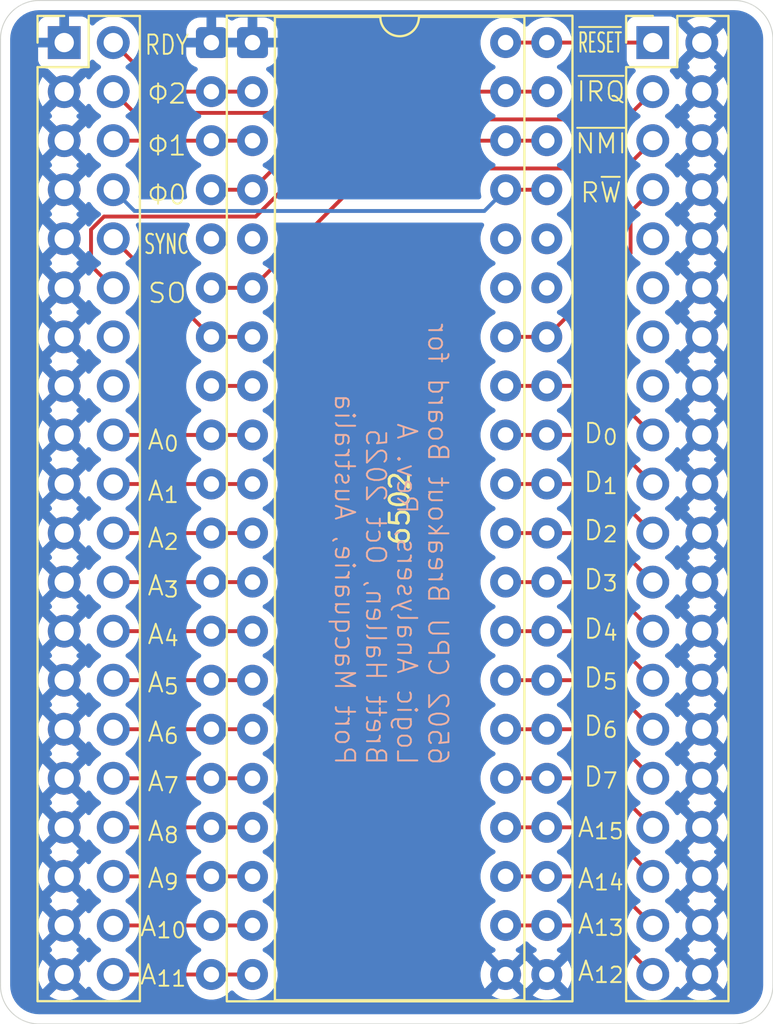
<source format=kicad_pcb>
(kicad_pcb (version 20241229) (generator "pcbnew") (generator_version "9.0")
  (title_block (title "6502 CPU Breakout Board for Logic Analysers") (date "13/OCT/2025") (rev "A") (company "Brett Hallen") (comment 1 "www.youtube.com/@Brfff"))
  (layers (0 "F.Cu" signal) (2 "B.Cu" signal) (13 "F.Paste" user) (15 "B.Paste" user) (5 "F.SilkS" user "F.Silkscreen") (7 "B.SilkS" user "B.Silkscreen") (1 "F.Mask" user) (3 "B.Mask" user) (25 "Edge.Cuts" user))
  (net 0 "")
  (net 1 "GND")
  (net 2 "A_{5}")
  (net 3 "A_{9}")
  (net 4 "A_{1}")
  (net 5 "A_{4}")
  (net 6 "A_{13}")
  (net 7 "A_{0}")
  (net 8 "A_{15}")
  (net 9 "A_{2}")
  (net 10 "A_{6}")
  (net 11 "A_{12}")
  (net 12 "A_{11}")
  (net 13 "A_{3}")
  (net 14 "A_{8}")
  (net 15 "A_{14}")
  (net 16 "A_{7}")
  (net 17 "A_{10}")
  (net 18 "D_{5}")
  (net 19 "D_{0}")
  (net 20 "D_{3}")
  (net 21 "D_{6}")
  (net 22 "D_{2}")
  (net 23 "D_{4}")
  (net 24 "V_{CC}")
  (net 25 "D_{7}")
  (net 26 "~{NMI}")
  (net 27 "D_{1}")
  (net 28 "Φ2")
  (net 29 "Φ0")
  (net 30 "Φ1")
  (net 31 "R~{W}")
  (net 33 "~{IRQ}")
  (net 34 "SYNC")
  (net 35 "RDY")
  (net 38 "SO")
  (net 48 "~{RESET}")
  (footprint "Package_DIP:DIP-40_W15.24mm_Socket" (layer "F.Cu") (at 74.15 37.68195)
    (property "Reference" "U1" (hide yes))
    (property "Value" "6502" (at 7.62 24.125 90) (layer "F.SilkS"))
    (fp_line (start 1.16 -1.33) (end 1.16 49.59) (stroke (width 0.12)) (layer "F.SilkS"))
    (fp_line (start 1.16 49.59) (end 14.08 49.59) (stroke (width 0.12)) (layer "F.SilkS"))
    (fp_line (start 6.62 -1.33) (end 1.16 -1.33) (stroke (width 0.12)) (layer "F.SilkS"))
    (fp_line (start 14.08 -1.33) (end 8.62 -1.33) (stroke (width 0.12)) (layer "F.SilkS"))
    (fp_line (start 14.08 49.59) (end 14.08 -1.33) (stroke (width 0.12)) (layer "F.SilkS"))
    (fp_rect (start -1.33 -1.39) (end 16.57 49.65) (stroke (width 0.12)) (fill no) (layer "F.SilkS"))
    (fp_arc (start 8.62 -1.33) (mid 7.62 -0.33) (end 6.62 -1.33) (stroke (width 0.12)) (layer "F.SilkS"))
    (pad "1" thru_hole roundrect (at 0 0) (size 1.6 1.6) (drill 0.8) (layers "*.Cu" "*.Mask") (roundrect_rratio 0.15625) (net 1 "GND"))
    (pad "2" thru_hole circle (at 0 2.54) (size 1.6 1.6) (drill 0.8) (layers "*.Cu" "*.Mask") (net 35 "RDY"))
    (pad "3" thru_hole circle (at 0 5.08) (size 1.6 1.6) (drill 0.8) (layers "*.Cu" "*.Mask") (net 30 "Φ1"))
    (pad "4" thru_hole circle (at 0 7.62) (size 1.6 1.6) (drill 0.8) (layers "*.Cu" "*.Mask") (net 33 "~{IRQ}"))
    (pad "5" thru_hole circle (at 0 10.16) (size 1.6 1.6) (drill 0.8) (layers "*.Cu" "*.Mask"))
    (pad "6" thru_hole circle (at 0 12.7) (size 1.6 1.6) (drill 0.8) (layers "*.Cu" "*.Mask") (net 26 "~{NMI}"))
    (pad "7" thru_hole circle (at 0 15.24) (size 1.6 1.6) (drill 0.8) (layers "*.Cu" "*.Mask") (net 34 "SYNC"))
    (pad "8" thru_hole circle (at 0 17.78) (size 1.6 1.6) (drill 0.8) (layers "*.Cu" "*.Mask") (net 24 "V_{CC}"))
    (pad "9" thru_hole circle (at 0 20.32) (size 1.6 1.6) (drill 0.8) (layers "*.Cu" "*.Mask") (net 7 "A_{0}"))
    (pad "10" thru_hole circle (at 0 22.86) (size 1.6 1.6) (drill 0.8) (layers "*.Cu" "*.Mask") (net 4 "A_{1}"))
    (pad "11" thru_hole circle (at 0 25.4) (size 1.6 1.6) (drill 0.8) (layers "*.Cu" "*.Mask") (net 9 "A_{2}"))
    (pad "12" thru_hole circle (at 0 27.94) (size 1.6 1.6) (drill 0.8) (layers "*.Cu" "*.Mask") (net 13 "A_{3}"))
    (pad "13" thru_hole circle (at 0 30.48) (size 1.6 1.6) (drill 0.8) (layers "*.Cu" "*.Mask") (net 5 "A_{4}"))
    (pad "14" thru_hole circle (at 0 33.02) (size 1.6 1.6) (drill 0.8) (layers "*.Cu" "*.Mask") (net 2 "A_{5}"))
    (pad "15" thru_hole circle (at 0 35.56) (size 1.6 1.6) (drill 0.8) (layers "*.Cu" "*.Mask") (net 10 "A_{6}"))
    (pad "16" thru_hole circle (at 0 38.1) (size 1.6 1.6) (drill 0.8) (layers "*.Cu" "*.Mask") (net 16 "A_{7}"))
    (pad "17" thru_hole circle (at 0 40.64) (size 1.6 1.6) (drill 0.8) (layers "*.Cu" "*.Mask") (net 14 "A_{8}"))
    (pad "18" thru_hole circle (at 0 43.18) (size 1.6 1.6) (drill 0.8) (layers "*.Cu" "*.Mask") (net 3 "A_{9}"))
    (pad "19" thru_hole circle (at 0 45.72) (size 1.6 1.6) (drill 0.8) (layers "*.Cu" "*.Mask") (net 17 "A_{10}"))
    (pad "20" thru_hole circle (at 0 48.26) (size 1.6 1.6) (drill 0.8) (layers "*.Cu" "*.Mask") (net 12 "A_{11}"))
    (pad "21" thru_hole circle (at 15.24 48.26) (size 1.6 1.6) (drill 0.8) (layers "*.Cu" "*.Mask") (net 1 "GND"))
    (pad "22" thru_hole circle (at 15.24 45.72) (size 1.6 1.6) (drill 0.8) (layers "*.Cu" "*.Mask") (net 11 "A_{12}"))
    (pad "23" thru_hole circle (at 15.24 43.18) (size 1.6 1.6) (drill 0.8) (layers "*.Cu" "*.Mask") (net 6 "A_{13}"))
    (pad "24" thru_hole circle (at 15.24 40.64) (size 1.6 1.6) (drill 0.8) (layers "*.Cu" "*.Mask") (net 15 "A_{14}"))
    (pad "25" thru_hole circle (at 15.24 38.1) (size 1.6 1.6) (drill 0.8) (layers "*.Cu" "*.Mask") (net 8 "A_{15}"))
    (pad "26" thru_hole circle (at 15.24 35.56) (size 1.6 1.6) (drill 0.8) (layers "*.Cu" "*.Mask") (net 25 "D_{7}"))
    (pad "27" thru_hole circle (at 15.24 33.02) (size 1.6 1.6) (drill 0.8) (layers "*.Cu" "*.Mask") (net 21 "D_{6}"))
    (pad "28" thru_hole circle (at 15.24 30.48) (size 1.6 1.6) (drill 0.8) (layers "*.Cu" "*.Mask") (net 18 "D_{5}"))
    (pad "29" thru_hole circle (at 15.24 27.94) (size 1.6 1.6) (drill 0.8) (layers "*.Cu" "*.Mask") (net 23 "D_{4}"))
    (pad "30" thru_hole circle (at 15.24 25.4) (size 1.6 1.6) (drill 0.8) (layers "*.Cu" "*.Mask") (net 20 "D_{3}"))
    (pad "31" thru_hole circle (at 15.24 22.86) (size 1.6 1.6) (drill 0.8) (layers "*.Cu" "*.Mask") (net 22 "D_{2}"))
    (pad "32" thru_hole circle (at 15.24 20.32) (size 1.6 1.6) (drill 0.8) (layers "*.Cu" "*.Mask") (net 27 "D_{1}"))
    (pad "33" thru_hole circle (at 15.24 17.78) (size 1.6 1.6) (drill 0.8) (layers "*.Cu" "*.Mask") (net 19 "D_{0}"))
    (pad "34" thru_hole circle (at 15.24 15.24) (size 1.6 1.6) (drill 0.8) (layers "*.Cu" "*.Mask") (net 31 "R~{W}"))
    (pad "35" thru_hole circle (at 15.24 12.7) (size 1.6 1.6) (drill 0.8) (layers "*.Cu" "*.Mask"))
    (pad "36" thru_hole circle (at 15.24 10.16) (size 1.6 1.6) (drill 0.8) (layers "*.Cu" "*.Mask"))
    (pad "37" thru_hole circle (at 15.24 7.62) (size 1.6 1.6) (drill 0.8) (layers "*.Cu" "*.Mask") (net 29 "Φ0"))
    (pad "38" thru_hole circle (at 15.24 5.08) (size 1.6 1.6) (drill 0.8) (layers "*.Cu" "*.Mask") (net 38 "SO"))
    (pad "39" thru_hole circle (at 15.24 2.54) (size 1.6 1.6) (drill 0.8) (layers "*.Cu" "*.Mask") (net 28 "Φ2"))
    (pad "40" thru_hole circle (at 15.24 0) (size 1.6 1.6) (drill 0.8) (layers "*.Cu" "*.Mask") (net 48 "~{RESET}"))
  )
  (footprint "Package_DIP:DIP-40_W15.24mm" (layer "F.Cu") (at 72.019 37.68195)
    (property "Reference" "J2" (hide yes))
    (property "Value" "6502 Socket" (hide yes))
    (pad "1" thru_hole roundrect (at 0 0) (size 1.6 1.6) (drill 0.8) (layers "*.Cu" "*.Mask") (roundrect_rratio 0.15625) (net 1 "GND"))
    (pad "2" thru_hole circle (at 0 2.54) (size 1.6 1.6) (drill 0.8) (layers "*.Cu" "*.Mask") (net 35 "RDY"))
    (pad "3" thru_hole circle (at 0 5.08) (size 1.6 1.6) (drill 0.8) (layers "*.Cu" "*.Mask") (net 30 "Φ1"))
    (pad "4" thru_hole circle (at 0 7.62) (size 1.6 1.6) (drill 0.8) (layers "*.Cu" "*.Mask") (net 33 "~{IRQ}"))
    (pad "5" thru_hole circle (at 0 10.16) (size 1.6 1.6) (drill 0.8) (layers "*.Cu" "*.Mask"))
    (pad "6" thru_hole circle (at 0 12.7) (size 1.6 1.6) (drill 0.8) (layers "*.Cu" "*.Mask") (net 26 "~{NMI}"))
    (pad "7" thru_hole circle (at 0 15.24) (size 1.6 1.6) (drill 0.8) (layers "*.Cu" "*.Mask") (net 34 "SYNC"))
    (pad "8" thru_hole circle (at 0 17.78) (size 1.6 1.6) (drill 0.8) (layers "*.Cu" "*.Mask") (net 24 "V_{CC}"))
    (pad "9" thru_hole circle (at 0 20.32) (size 1.6 1.6) (drill 0.8) (layers "*.Cu" "*.Mask") (net 7 "A_{0}"))
    (pad "10" thru_hole circle (at 0 22.86) (size 1.6 1.6) (drill 0.8) (layers "*.Cu" "*.Mask") (net 4 "A_{1}"))
    (pad "11" thru_hole circle (at 0 25.4) (size 1.6 1.6) (drill 0.8) (layers "*.Cu" "*.Mask") (net 9 "A_{2}"))
    (pad "12" thru_hole circle (at 0 27.94) (size 1.6 1.6) (drill 0.8) (layers "*.Cu" "*.Mask") (net 13 "A_{3}"))
    (pad "13" thru_hole circle (at 0 30.48) (size 1.6 1.6) (drill 0.8) (layers "*.Cu" "*.Mask") (net 5 "A_{4}"))
    (pad "14" thru_hole circle (at 0 33.02) (size 1.6 1.6) (drill 0.8) (layers "*.Cu" "*.Mask") (net 2 "A_{5}"))
    (pad "15" thru_hole circle (at 0 35.56) (size 1.6 1.6) (drill 0.8) (layers "*.Cu" "*.Mask") (net 10 "A_{6}"))
    (pad "16" thru_hole circle (at 0 38.1) (size 1.6 1.6) (drill 0.8) (layers "*.Cu" "*.Mask") (net 16 "A_{7}"))
    (pad "17" thru_hole circle (at 0 40.64) (size 1.6 1.6) (drill 0.8) (layers "*.Cu" "*.Mask") (net 14 "A_{8}"))
    (pad "18" thru_hole circle (at 0 43.18) (size 1.6 1.6) (drill 0.8) (layers "*.Cu" "*.Mask") (net 3 "A_{9}"))
    (pad "19" thru_hole circle (at 0 45.72) (size 1.6 1.6) (drill 0.8) (layers "*.Cu" "*.Mask") (net 17 "A_{10}"))
    (pad "20" thru_hole circle (at 0 48.26) (size 1.6 1.6) (drill 0.8) (layers "*.Cu" "*.Mask") (net 12 "A_{11}"))
    (pad "21" thru_hole circle (at 15.24 48.26) (size 1.6 1.6) (drill 0.8) (layers "*.Cu" "*.Mask") (net 1 "GND"))
    (pad "22" thru_hole circle (at 15.24 45.72) (size 1.6 1.6) (drill 0.8) (layers "*.Cu" "*.Mask") (net 11 "A_{12}"))
    (pad "23" thru_hole circle (at 15.24 43.18) (size 1.6 1.6) (drill 0.8) (layers "*.Cu" "*.Mask") (net 6 "A_{13}"))
    (pad "24" thru_hole circle (at 15.24 40.64) (size 1.6 1.6) (drill 0.8) (layers "*.Cu" "*.Mask") (net 15 "A_{14}"))
    (pad "25" thru_hole circle (at 15.24 38.1) (size 1.6 1.6) (drill 0.8) (layers "*.Cu" "*.Mask") (net 8 "A_{15}"))
    (pad "26" thru_hole circle (at 15.24 35.56) (size 1.6 1.6) (drill 0.8) (layers "*.Cu" "*.Mask") (net 25 "D_{7}"))
    (pad "27" thru_hole circle (at 15.24 33.02) (size 1.6 1.6) (drill 0.8) (layers "*.Cu" "*.Mask") (net 21 "D_{6}"))
    (pad "28" thru_hole circle (at 15.24 30.48) (size 1.6 1.6) (drill 0.8) (layers "*.Cu" "*.Mask") (net 18 "D_{5}"))
    (pad "29" thru_hole circle (at 15.24 27.94) (size 1.6 1.6) (drill 0.8) (layers "*.Cu" "*.Mask") (net 23 "D_{4}"))
    (pad "30" thru_hole circle (at 15.24 25.4) (size 1.6 1.6) (drill 0.8) (layers "*.Cu" "*.Mask") (net 20 "D_{3}"))
    (pad "31" thru_hole circle (at 15.24 22.86) (size 1.6 1.6) (drill 0.8) (layers "*.Cu" "*.Mask") (net 22 "D_{2}"))
    (pad "32" thru_hole circle (at 15.24 20.32) (size 1.6 1.6) (drill 0.8) (layers "*.Cu" "*.Mask") (net 27 "D_{1}"))
    (pad "33" thru_hole circle (at 15.24 17.78) (size 1.6 1.6) (drill 0.8) (layers "*.Cu" "*.Mask") (net 19 "D_{0}"))
    (pad "34" thru_hole circle (at 15.24 15.24) (size 1.6 1.6) (drill 0.8) (layers "*.Cu" "*.Mask") (net 31 "R~{W}"))
    (pad "35" thru_hole circle (at 15.24 12.7) (size 1.6 1.6) (drill 0.8) (layers "*.Cu" "*.Mask"))
    (pad "36" thru_hole circle (at 15.24 10.16) (size 1.6 1.6) (drill 0.8) (layers "*.Cu" "*.Mask"))
    (pad "37" thru_hole circle (at 15.24 7.62) (size 1.6 1.6) (drill 0.8) (layers "*.Cu" "*.Mask") (net 29 "Φ0"))
    (pad "38" thru_hole circle (at 15.24 5.08) (size 1.6 1.6) (drill 0.8) (layers "*.Cu" "*.Mask") (net 38 "SO"))
    (pad "39" thru_hole circle (at 15.24 2.54) (size 1.6 1.6) (drill 0.8) (layers "*.Cu" "*.Mask") (net 28 "Φ2"))
    (pad "40" thru_hole circle (at 15.24 0) (size 1.6 1.6) (drill 0.8) (layers "*.Cu" "*.Mask") (net 48 "~{RESET}"))
  )
  (footprint "Connector_PinHeader_2.54mm:PinHeader_2x20_P2.54mm_Vertical" (layer "F.Cu") (at 64.399 37.68195)
    (property "Reference" "J3" (hide yes))
    (property "Value" "Logic Analyser #2" (hide yes))
    (fp_line (start -1.38 -1.38) (end 0 -1.38) (stroke (width 0.12)) (layer "F.SilkS"))
    (fp_line (start -1.38 0) (end -1.38 -1.38) (stroke (width 0.12)) (layer "F.SilkS"))
    (fp_line (start -1.38 1.27) (end -1.38 49.64) (stroke (width 0.12)) (layer "F.SilkS"))
    (fp_line (start -1.38 1.27) (end 1.27 1.27) (stroke (width 0.12)) (layer "F.SilkS"))
    (fp_line (start -1.38 49.64) (end 3.92 49.64) (stroke (width 0.12)) (layer "F.SilkS"))
    (fp_line (start 1.27 -1.38) (end 3.92 -1.38) (stroke (width 0.12)) (layer "F.SilkS"))
    (fp_line (start 1.27 1.27) (end 1.27 -1.38) (stroke (width 0.12)) (layer "F.SilkS"))
    (fp_line (start 3.92 -1.38) (end 3.92 49.64) (stroke (width 0.12)) (layer "F.SilkS"))
    (pad "1" thru_hole rect (at 0 0) (size 1.7 1.7) (drill 1) (layers "*.Cu" "*.Mask") (net 1 "GND"))
    (pad "2" thru_hole circle (at 2.54 0) (size 1.7 1.7) (drill 1) (layers "*.Cu" "*.Mask") (net 35 "RDY"))
    (pad "3" thru_hole circle (at 0 2.54) (size 1.7 1.7) (drill 1) (layers "*.Cu" "*.Mask") (net 1 "GND"))
    (pad "4" thru_hole circle (at 2.54 2.54) (size 1.7 1.7) (drill 1) (layers "*.Cu" "*.Mask") (net 28 "Φ2"))
    (pad "5" thru_hole circle (at 0 5.08) (size 1.7 1.7) (drill 1) (layers "*.Cu" "*.Mask") (net 1 "GND"))
    (pad "6" thru_hole circle (at 2.54 5.08) (size 1.7 1.7) (drill 1) (layers "*.Cu" "*.Mask") (net 30 "Φ1"))
    (pad "7" thru_hole circle (at 0 7.62) (size 1.7 1.7) (drill 1) (layers "*.Cu" "*.Mask") (net 1 "GND"))
    (pad "8" thru_hole circle (at 2.54 7.62) (size 1.7 1.7) (drill 1) (layers "*.Cu" "*.Mask") (net 29 "Φ0"))
    (pad "9" thru_hole circle (at 0 10.16) (size 1.7 1.7) (drill 1) (layers "*.Cu" "*.Mask") (net 1 "GND"))
    (pad "10" thru_hole circle (at 2.54 10.16) (size 1.7 1.7) (drill 1) (layers "*.Cu" "*.Mask") (net 34 "SYNC"))
    (pad "11" thru_hole circle (at 0 12.7) (size 1.7 1.7) (drill 1) (layers "*.Cu" "*.Mask") (net 1 "GND"))
    (pad "12" thru_hole circle (at 2.54 12.7) (size 1.7 1.7) (drill 1) (layers "*.Cu" "*.Mask") (net 38 "SO"))
    (pad "13" thru_hole circle (at 0 15.24) (size 1.7 1.7) (drill 1) (layers "*.Cu" "*.Mask") (net 1 "GND"))
    (pad "14" thru_hole circle (at 2.54 15.24) (size 1.7 1.7) (drill 1) (layers "*.Cu" "*.Mask"))
    (pad "15" thru_hole circle (at 0 17.78) (size 1.7 1.7) (drill 1) (layers "*.Cu" "*.Mask") (net 1 "GND"))
    (pad "16" thru_hole circle (at 2.54 17.78) (size 1.7 1.7) (drill 1) (layers "*.Cu" "*.Mask"))
    (pad "17" thru_hole circle (at 0 20.32) (size 1.7 1.7) (drill 1) (layers "*.Cu" "*.Mask") (net 1 "GND"))
    (pad "18" thru_hole circle (at 2.54 20.32) (size 1.7 1.7) (drill 1) (layers "*.Cu" "*.Mask") (net 7 "A_{0}"))
    (pad "19" thru_hole circle (at 0 22.86) (size 1.7 1.7) (drill 1) (layers "*.Cu" "*.Mask") (net 1 "GND"))
    (pad "20" thru_hole circle (at 2.54 22.86) (size 1.7 1.7) (drill 1) (layers "*.Cu" "*.Mask") (net 4 "A_{1}"))
    (pad "21" thru_hole circle (at 0 25.4) (size 1.7 1.7) (drill 1) (layers "*.Cu" "*.Mask") (net 1 "GND"))
    (pad "22" thru_hole circle (at 2.54 25.4) (size 1.7 1.7) (drill 1) (layers "*.Cu" "*.Mask") (net 9 "A_{2}"))
    (pad "23" thru_hole circle (at 0 27.94) (size 1.7 1.7) (drill 1) (layers "*.Cu" "*.Mask") (net 1 "GND"))
    (pad "24" thru_hole circle (at 2.54 27.94) (size 1.7 1.7) (drill 1) (layers "*.Cu" "*.Mask") (net 13 "A_{3}"))
    (pad "25" thru_hole circle (at 0 30.48) (size 1.7 1.7) (drill 1) (layers "*.Cu" "*.Mask") (net 1 "GND"))
    (pad "26" thru_hole circle (at 2.54 30.48) (size 1.7 1.7) (drill 1) (layers "*.Cu" "*.Mask") (net 5 "A_{4}"))
    (pad "27" thru_hole circle (at 0 33.02) (size 1.7 1.7) (drill 1) (layers "*.Cu" "*.Mask") (net 1 "GND"))
    (pad "28" thru_hole circle (at 2.54 33.02) (size 1.7 1.7) (drill 1) (layers "*.Cu" "*.Mask") (net 2 "A_{5}"))
    (pad "29" thru_hole circle (at 0 35.56) (size 1.7 1.7) (drill 1) (layers "*.Cu" "*.Mask") (net 1 "GND"))
    (pad "30" thru_hole circle (at 2.54 35.56) (size 1.7 1.7) (drill 1) (layers "*.Cu" "*.Mask") (net 10 "A_{6}"))
    (pad "31" thru_hole circle (at 0 38.1) (size 1.7 1.7) (drill 1) (layers "*.Cu" "*.Mask") (net 1 "GND"))
    (pad "32" thru_hole circle (at 2.54 38.1) (size 1.7 1.7) (drill 1) (layers "*.Cu" "*.Mask") (net 16 "A_{7}"))
    (pad "33" thru_hole circle (at 0 40.64) (size 1.7 1.7) (drill 1) (layers "*.Cu" "*.Mask") (net 1 "GND"))
    (pad "34" thru_hole circle (at 2.54 40.64) (size 1.7 1.7) (drill 1) (layers "*.Cu" "*.Mask") (net 14 "A_{8}"))
    (pad "35" thru_hole circle (at 0 43.18) (size 1.7 1.7) (drill 1) (layers "*.Cu" "*.Mask") (net 1 "GND"))
    (pad "36" thru_hole circle (at 2.54 43.18) (size 1.7 1.7) (drill 1) (layers "*.Cu" "*.Mask") (net 3 "A_{9}"))
    (pad "37" thru_hole circle (at 0 45.72) (size 1.7 1.7) (drill 1) (layers "*.Cu" "*.Mask") (net 1 "GND"))
    (pad "38" thru_hole circle (at 2.54 45.72) (size 1.7 1.7) (drill 1) (layers "*.Cu" "*.Mask") (net 17 "A_{10}"))
    (pad "39" thru_hole circle (at 0 48.26) (size 1.7 1.7) (drill 1) (layers "*.Cu" "*.Mask") (net 1 "GND"))
    (pad "40" thru_hole circle (at 2.54 48.26) (size 1.7 1.7) (drill 1) (layers "*.Cu" "*.Mask") (net 12 "A_{11}"))
  )
  (footprint "Connector_PinHeader_2.54mm:PinHeader_2x20_P2.54mm_Vertical" (layer "F.Cu") (at 94.879 37.68195)
    (property "Reference" "J1" (hide yes))
    (property "Value" "Logic Analyser #1" (hide yes))
    (fp_line (start -1.38 -1.38) (end 0 -1.38) (stroke (width 0.12)) (layer "F.SilkS"))
    (fp_line (start -1.38 0) (end -1.38 -1.38) (stroke (width 0.12)) (layer "F.SilkS"))
    (fp_line (start -1.38 1.27) (end -1.38 49.64) (stroke (width 0.12)) (layer "F.SilkS"))
    (fp_line (start -1.38 1.27) (end 1.27 1.27) (stroke (width 0.12)) (layer "F.SilkS"))
    (fp_line (start -1.38 49.64) (end 3.92 49.64) (stroke (width 0.12)) (layer "F.SilkS"))
    (fp_line (start 1.27 -1.38) (end 3.92 -1.38) (stroke (width 0.12)) (layer "F.SilkS"))
    (fp_line (start 1.27 1.27) (end 1.27 -1.38) (stroke (width 0.12)) (layer "F.SilkS"))
    (fp_line (start 3.92 -1.38) (end 3.92 49.64) (stroke (width 0.12)) (layer "F.SilkS"))
    (pad "1" thru_hole rect (at 0 0) (size 1.7 1.7) (drill 1) (layers "*.Cu" "*.Mask") (net 48 "~{RESET}"))
    (pad "2" thru_hole circle (at 2.54 0) (size 1.7 1.7) (drill 1) (layers "*.Cu" "*.Mask") (net 1 "GND"))
    (pad "3" thru_hole circle (at 0 2.54) (size 1.7 1.7) (drill 1) (layers "*.Cu" "*.Mask") (net 33 "~{IRQ}"))
    (pad "4" thru_hole circle (at 2.54 2.54) (size 1.7 1.7) (drill 1) (layers "*.Cu" "*.Mask") (net 1 "GND"))
    (pad "5" thru_hole circle (at 0 5.08) (size 1.7 1.7) (drill 1) (layers "*.Cu" "*.Mask") (net 26 "~{NMI}"))
    (pad "6" thru_hole circle (at 2.54 5.08) (size 1.7 1.7) (drill 1) (layers "*.Cu" "*.Mask") (net 1 "GND"))
    (pad "7" thru_hole circle (at 0 7.62) (size 1.7 1.7) (drill 1) (layers "*.Cu" "*.Mask") (net 31 "R~{W}"))
    (pad "8" thru_hole circle (at 2.54 7.62) (size 1.7 1.7) (drill 1) (layers "*.Cu" "*.Mask") (net 1 "GND"))
    (pad "9" thru_hole circle (at 0 10.16) (size 1.7 1.7) (drill 1) (layers "*.Cu" "*.Mask"))
    (pad "10" thru_hole circle (at 2.54 10.16) (size 1.7 1.7) (drill 1) (layers "*.Cu" "*.Mask") (net 1 "GND"))
    (pad "11" thru_hole circle (at 0 12.7) (size 1.7 1.7) (drill 1) (layers "*.Cu" "*.Mask"))
    (pad "12" thru_hole circle (at 2.54 12.7) (size 1.7 1.7) (drill 1) (layers "*.Cu" "*.Mask") (net 1 "GND"))
    (pad "13" thru_hole circle (at 0 15.24) (size 1.7 1.7) (drill 1) (layers "*.Cu" "*.Mask"))
    (pad "14" thru_hole circle (at 2.54 15.24) (size 1.7 1.7) (drill 1) (layers "*.Cu" "*.Mask") (net 1 "GND"))
    (pad "15" thru_hole circle (at 0 17.78) (size 1.7 1.7) (drill 1) (layers "*.Cu" "*.Mask"))
    (pad "16" thru_hole circle (at 2.54 17.78) (size 1.7 1.7) (drill 1) (layers "*.Cu" "*.Mask") (net 1 "GND"))
    (pad "17" thru_hole circle (at 0 20.32) (size 1.7 1.7) (drill 1) (layers "*.Cu" "*.Mask") (net 19 "D_{0}"))
    (pad "18" thru_hole circle (at 2.54 20.32) (size 1.7 1.7) (drill 1) (layers "*.Cu" "*.Mask") (net 1 "GND"))
    (pad "19" thru_hole circle (at 0 22.86) (size 1.7 1.7) (drill 1) (layers "*.Cu" "*.Mask") (net 27 "D_{1}"))
    (pad "20" thru_hole circle (at 2.54 22.86) (size 1.7 1.7) (drill 1) (layers "*.Cu" "*.Mask") (net 1 "GND"))
    (pad "21" thru_hole circle (at 0 25.4) (size 1.7 1.7) (drill 1) (layers "*.Cu" "*.Mask") (net 22 "D_{2}"))
    (pad "22" thru_hole circle (at 2.54 25.4) (size 1.7 1.7) (drill 1) (layers "*.Cu" "*.Mask") (net 1 "GND"))
    (pad "23" thru_hole circle (at 0 27.94) (size 1.7 1.7) (drill 1) (layers "*.Cu" "*.Mask") (net 20 "D_{3}"))
    (pad "24" thru_hole circle (at 2.54 27.94) (size 1.7 1.7) (drill 1) (layers "*.Cu" "*.Mask") (net 1 "GND"))
    (pad "25" thru_hole circle (at 0 30.48) (size 1.7 1.7) (drill 1) (layers "*.Cu" "*.Mask") (net 23 "D_{4}"))
    (pad "26" thru_hole circle (at 2.54 30.48) (size 1.7 1.7) (drill 1) (layers "*.Cu" "*.Mask") (net 1 "GND"))
    (pad "27" thru_hole circle (at 0 33.02) (size 1.7 1.7) (drill 1) (layers "*.Cu" "*.Mask") (net 18 "D_{5}"))
    (pad "28" thru_hole circle (at 2.54 33.02) (size 1.7 1.7) (drill 1) (layers "*.Cu" "*.Mask") (net 1 "GND"))
    (pad "29" thru_hole circle (at 0 35.56) (size 1.7 1.7) (drill 1) (layers "*.Cu" "*.Mask") (net 21 "D_{6}"))
    (pad "30" thru_hole circle (at 2.54 35.56) (size 1.7 1.7) (drill 1) (layers "*.Cu" "*.Mask") (net 1 "GND"))
    (pad "31" thru_hole circle (at 0 38.1) (size 1.7 1.7) (drill 1) (layers "*.Cu" "*.Mask") (net 25 "D_{7}"))
    (pad "32" thru_hole circle (at 2.54 38.1) (size 1.7 1.7) (drill 1) (layers "*.Cu" "*.Mask") (net 1 "GND"))
    (pad "33" thru_hole circle (at 0 40.64) (size 1.7 1.7) (drill 1) (layers "*.Cu" "*.Mask") (net 8 "A_{15}"))
    (pad "34" thru_hole circle (at 2.54 40.64) (size 1.7 1.7) (drill 1) (layers "*.Cu" "*.Mask") (net 1 "GND"))
    (pad "35" thru_hole circle (at 0 43.18) (size 1.7 1.7) (drill 1) (layers "*.Cu" "*.Mask") (net 15 "A_{14}"))
    (pad "36" thru_hole circle (at 2.54 43.18) (size 1.7 1.7) (drill 1) (layers "*.Cu" "*.Mask") (net 1 "GND"))
    (pad "37" thru_hole circle (at 0 45.72) (size 1.7 1.7) (drill 1) (layers "*.Cu" "*.Mask") (net 6 "A_{13}"))
    (pad "38" thru_hole circle (at 2.54 45.72) (size 1.7 1.7) (drill 1) (layers "*.Cu" "*.Mask") (net 1 "GND"))
    (pad "39" thru_hole circle (at 0 48.26) (size 1.7 1.7) (drill 1) (layers "*.Cu" "*.Mask") (net 11 "A_{12}"))
    (pad "40" thru_hole circle (at 2.54 48.26) (size 1.7 1.7) (drill 1) (layers "*.Cu" "*.Mask") (net 1 "GND"))
  )
  (gr_line (start 63.099 35.50195) (end 99.099 35.50195) (stroke (width 0.05)) (layer "Edge.Cuts"))
  (gr_arc (start 99.099 35.50195) (mid 100.513214 36.087736) (end 101.099 37.50195) (stroke (width 0.05)) (layer "Edge.Cuts"))
  (gr_arc (start 63.099 88.50195) (mid 61.684786 87.916164) (end 61.099 86.50195) (stroke (width 0.05)) (layer "Edge.Cuts"))
  (gr_line (start 101.099 37.50195) (end 101.099 86.50195) (stroke (width 0.05)) (layer "Edge.Cuts"))
  (gr_arc (start 61.099 37.50195) (mid 61.684786 36.087736) (end 63.099 35.50195) (stroke (width 0.05)) (layer "Edge.Cuts"))
  (gr_arc (start 101.099 86.50195) (mid 100.513214 87.916164) (end 99.099 88.50195) (stroke (width 0.05)) (layer "Edge.Cuts"))
  (gr_line (start 99.099 88.50195) (end 63.099 88.50195) (stroke (width 0.05)) (layer "Edge.Cuts"))
  (gr_line (start 61.099 86.50195) (end 61.099 37.50195) (stroke (width 0.05)) (layer "Edge.Cuts"))
  (gr_text "Φ2" (at 68.670905 40.92195 0) (layer "F.SilkS") (effects (font (size 1 1) (thickness 0.1)) (justify left bottom)))
  (gr_text "~{NMI}" (at 90.798095 43.5 0) (layer "F.SilkS") (effects (font (size 1 1) (thickness 0.1)) (justify left bottom)))
  (gr_text "D_{7}" (at 91.230476 76.29 0) (layer "F.SilkS") (effects (font (size 1 1) (thickness 0.1)) (justify left bottom)))
  (gr_text "A_{8}" (at 68.643286 79.11195 0) (layer "F.SilkS") (effects (font (size 1 1) (thickness 0.1)) (justify left bottom)))
  (gr_text "A_{0}" (at 68.643286 58.84 0) (layer "F.SilkS") (effects (font (size 1 1) (thickness 0.1)) (justify left bottom)))
  (gr_text "A_{5}" (at 68.643286 71.41195 0) (layer "F.SilkS") (effects (font (size 1 1) (thickness 0.1)) (justify left bottom)))
  (gr_text "A_{15}" (at 90.920952 78.91 0) (layer "F.SilkS") (effects (font (size 1 1) (thickness 0.1)) (justify left bottom)))
  (gr_text "A_{9}" (at 68.643286 81.54195 0) (layer "F.SilkS") (effects (font (size 1 1) (thickness 0.1)) (justify left bottom)))
  (gr_text "D_{4}" (at 91.230476 68.63 0) (layer "F.SilkS") (effects (font (size 1 1) (thickness 0.1)) (justify left bottom)))
  (gr_text "SYNC" (at 68.473762 48.71195 0) (layer "F.SilkS") (effects (font (size 1 0.6) (thickness 0.1)) (justify left bottom)))
  (gr_text "D_{1}" (at 91.230476 61.033343 0) (layer "F.SilkS") (effects (font (size 1 1) (thickness 0.1)) (justify left bottom)))
  (gr_text "D_{2}" (at 91.230476 63.53 0) (layer "F.SilkS") (effects (font (size 1 1) (thickness 0.1)) (justify left bottom)))
  (gr_text "A_{10}" (at 68.262334 84.04 0) (layer "F.SilkS") (effects (font (size 1 1) (thickness 0.1)) (justify left bottom)))
  (gr_text "D_{0}" (at 91.230476 58.503343 0) (layer "F.SilkS") (effects (font (size 1 1) (thickness 0.1)) (justify left bottom)))
  (gr_text "RDY" (at 68.508048 38.39195 0) (layer "F.SilkS") (effects (font (size 1 0.8) (thickness 0.1)) (justify left bottom)))
  (gr_text "D_{6}" (at 91.230476 73.66 0) (layer "F.SilkS") (effects (font (size 1 1) (thickness 0.1)) (justify left bottom)))
  (gr_text "~{RESET}" (at 90.950476 38.28 0) (layer "F.SilkS") (effects (font (size 1 0.5) (thickness 0.1)) (justify left bottom)))
  (gr_text "A_{7}" (at 68.643286 76.53195 0) (layer "F.SilkS") (effects (font (size 1 1) (thickness 0.1)) (justify left bottom)))
  (gr_text "D_{5}" (at 91.230476 71.16 0) (layer "F.SilkS") (effects (font (size 1 1) (thickness 0.1)) (justify left bottom)))
  (gr_text "A_{11}" (at 68.262334 86.54 0) (layer "F.SilkS") (effects (font (size 1 1) (thickness 0.1)) (justify left bottom)))
  (gr_text "A_{6}" (at 68.643286 73.97195 0) (layer "F.SilkS") (effects (font (size 1 1) (thickness 0.1)) (justify left bottom)))
  (gr_text "A_{12}" (at 90.920952 86.35 0) (layer "F.SilkS") (effects (font (size 1 1) (thickness 0.1)) (justify left bottom)))
  (gr_text "A_{1}" (at 68.643286 61.49195 0) (layer "F.SilkS") (effects (font (size 1 1) (thickness 0.1)) (justify left bottom)))
  (gr_text "SO" (at 68.670905 51.24195 0) (layer "F.SilkS") (effects (font (size 1 1) (thickness 0.1)) (justify left bottom)))
  (gr_text "Φ0" (at 68.670905 46.15195 0) (layer "F.SilkS") (effects (font (size 1 1) (thickness 0.1)) (justify left bottom)))
  (gr_text "A_{4}" (at 68.643286 68.91195 0) (layer "F.SilkS") (effects (font (size 1 1) (thickness 0.1)) (justify left bottom)))
  (gr_text "A_{14}" (at 90.920952 81.56 0) (layer "F.SilkS") (effects (font (size 1 1) (thickness 0.1)) (justify left bottom)))
  (gr_text "D_{3}" (at 91.230476 66.07 0) (layer "F.SilkS") (effects (font (size 1 1) (thickness 0.1)) (justify left bottom)))
  (gr_text "A_{13}" (at 90.920952 83.91 0) (layer "F.SilkS") (effects (font (size 1 1) (thickness 0.1)) (justify left bottom)))
  (gr_text "A_{3}" (at 68.643286 66.39195 0) (layer "F.SilkS") (effects (font (size 1 1) (thickness 0.1)) (justify left bottom)))
  (gr_text "A_{2}" (at 68.643286 63.92195 0) (layer "F.SilkS") (effects (font (size 1 1) (thickness 0.1)) (justify left bottom)))
  (gr_text "~{IRQ}" (at 90.869524 40.81 0) (layer "F.SilkS") (effects (font (size 1 1) (thickness 0.1)) (justify left bottom)))
  (gr_text "R~{W}" (at 91.06 46.04 0) (layer "F.SilkS") (effects (font (size 1 1) (thickness 0.1)) (justify left bottom)))
  (gr_text "Φ1" (at 68.670905 43.61195 0) (layer "F.SilkS") (effects (font (size 1 1) (thickness 0.1)) (justify left bottom)))
  (gr_text "6502 CPU Breakout Board for\nLogic Analysers, Rev. A\nBrett Hallen, Oct 2025\nPort Macquarie, Australia" (at 78.339 75.16195 270) (layer "B.SilkS") (effects (font (size 1 1) (thickness 0.1)) (justify left bottom mirror)))
  (segment (start 74.15 70.70195) (end 66.939 70.70195) (width 0.2) (layer "F.Cu") (net 2))
  (segment (start 74.15 80.86195) (end 66.939 80.86195) (width 0.2) (layer "F.Cu") (net 3))
  (segment (start 74.15 60.54195) (end 66.939 60.54195) (width 0.2) (layer "F.Cu") (net 4))
  (segment (start 74.15 68.16195) (end 66.939 68.16195) (width 0.2) (layer "F.Cu") (net 5))
  (segment (start 87.259 80.86195) (end 92.339 80.86195) (width 0.2) (layer "F.Cu") (net 6))
  (segment (start 92.339 80.86195) (end 94.879 83.40195) (width 0.2) (layer "F.Cu") (net 6))
  (segment (start 74.15 58.00195) (end 66.939 58.00195) (width 0.2) (layer "F.Cu") (net 7))
  (segment (start 92.339 75.78195) (end 94.879 78.32195) (width 0.2) (layer "F.Cu") (net 8))
  (segment (start 87.259 75.78195) (end 92.339 75.78195) (width 0.2) (layer "F.Cu") (net 8))
  (segment (start 74.15 63.08195) (end 66.939 63.08195) (width 0.2) (layer "F.Cu") (net 9))
  (segment (start 74.15 73.24195) (end 66.939 73.24195) (width 0.2) (layer "F.Cu") (net 10))
  (segment (start 92.339 83.40195) (end 94.879 85.94195) (width 0.2) (layer "F.Cu") (net 11))
  (segment (start 87.259 83.40195) (end 92.339 83.40195) (width 0.2) (layer "F.Cu") (net 11))
  (segment (start 74.15 85.94195) (end 66.939 85.94195) (width 0.2) (layer "F.Cu") (net 12))
  (segment (start 74.15 65.62195) (end 66.939 65.62195) (width 0.2) (layer "F.Cu") (net 13))
  (segment (start 74.15 78.32195) (end 66.939 78.32195) (width 0.2) (layer "F.Cu") (net 14))
  (segment (start 87.259 78.32195) (end 92.339 78.32195) (width 0.2) (layer "F.Cu") (net 15))
  (segment (start 92.339 78.32195) (end 94.879 80.86195) (width 0.2) (layer "F.Cu") (net 15))
  (segment (start 74.15 75.78195) (end 66.939 75.78195) (width 0.2) (layer "F.Cu") (net 16))
  (segment (start 74.15 83.40195) (end 66.939 83.40195) (width 0.2) (layer "F.Cu") (net 17))
  (segment (start 92.339 68.16195) (end 94.879 70.70195) (width 0.2) (layer "F.Cu") (net 18))
  (segment (start 87.259 68.16195) (end 92.339 68.16195) (width 0.2) (layer "F.Cu") (net 18))
  (segment (start 92.339 55.46195) (end 94.879 58.00195) (width 0.2) (layer "F.Cu") (net 19))
  (segment (start 87.259 55.46195) (end 92.339 55.46195) (width 0.2) (layer "F.Cu") (net 19))
  (segment (start 92.339 63.08195) (end 94.879 65.62195) (width 0.2) (layer "F.Cu") (net 20))
  (segment (start 87.259 63.08195) (end 92.339 63.08195) (width 0.2) (layer "F.Cu") (net 20))
  (segment (start 87.259 70.70195) (end 92.339 70.70195) (width 0.2) (layer "F.Cu") (net 21))
  (segment (start 92.339 70.70195) (end 94.879 73.24195) (width 0.2) (layer "F.Cu") (net 21))
  (segment (start 87.259 60.54195) (end 92.339 60.54195) (width 0.2) (layer "F.Cu") (net 22))
  (segment (start 92.339 60.54195) (end 94.879 63.08195) (width 0.2) (layer "F.Cu") (net 22))
  (segment (start 92.339 65.62195) (end 94.879 68.16195) (width 0.2) (layer "F.Cu") (net 23))
  (segment (start 87.259 65.62195) (end 92.339 65.62195) (width 0.2) (layer "F.Cu") (net 23))
  (segment (start 74.15 55.46195) (end 72.019 55.46195) (width 0.2) (layer "F.Cu") (net 24))
  (segment (start 87.259 73.24195) (end 92.339 73.24195) (width 0.2) (layer "F.Cu") (net 25))
  (segment (start 92.339 73.24195) (end 94.879 75.78195) (width 0.2) (layer "F.Cu") (net 25))
  (segment (start 74.15 50.38195) (end 72.019 50.38195) (width 0.2) (layer "F.Cu") (net 26))
  (segment (start 74.15 50.38195) (end 80.331 44.20095) (width 0.2) (layer "F.Cu") (net 26))
  (segment (start 93.44 44.20095) (end 94.879 42.76195) (width 0.2) (layer "F.Cu") (net 26))
  (segment (start 80.331 44.20095) (end 93.44 44.20095) (width 0.2) (layer "F.Cu") (net 26))
  (segment (start 92.339 58.00195) (end 94.879 60.54195) (width 0.2) (layer "F.Cu") (net 27))
  (segment (start 87.259 58.00195) (end 92.339 58.00195) (width 0.2) (layer "F.Cu") (net 27))
  (segment (start 78.6629 40.22195) (end 87.259 40.22195) (width 0.2) (layer "F.Cu") (net 28))
  (segment (start 77.5619 41.32295) (end 78.6629 40.22195) (width 0.2) (layer "F.Cu") (net 28))
  (segment (start 66.939 40.22195) (end 68.04 41.32295) (width 0.2) (layer "F.Cu") (net 28))
  (segment (start 87.259 40.22195) (end 89.39 40.22195) (width 0.2) (layer "F.Cu") (net 28))
  (segment (start 68.04 41.32295) (end 77.5619 41.32295) (width 0.2) (layer "F.Cu") (net 28))
  (segment (start 87.259 45.30195) (end 89.39 45.30195) (width 0.2) (layer "F.Cu") (net 29))
  (segment (start 66.939 45.30195) (end 68.04 46.40295) (width 0.2) (layer "B.Cu") (net 29))
  (segment (start 86.158 46.40295) (end 87.259 45.30195) (width 0.2) (layer "B.Cu") (net 29))
  (segment (start 68.04 46.40295) (end 86.158 46.40295) (width 0.2) (layer "B.Cu") (net 29))
  (segment (start 74.15 42.76195) (end 66.939 42.76195) (width 0.2) (layer "F.Cu") (net 30))
  (segment (start 87.259 52.92195) (end 89.39 52.92195) (width 0.2) (layer "F.Cu") (net 31))
  (segment (start 93.728 46.45295) (end 94.879 45.30195) (width 0.2) (layer "F.Cu") (net 31))
  (segment (start 89.39 52.92195) (end 93.728 48.58395) (width 0.2) (layer "F.Cu") (net 31))
  (segment (start 93.728 48.58395) (end 93.728 46.45295) (width 0.2) (layer "F.Cu") (net 31))
  (segment (start 93.44 41.66095) (end 94.879 40.22195) (width 0.2) (layer "F.Cu") (net 33))
  (segment (start 74.15 45.30195) (end 77.791 41.66095) (width 0.2) (layer "F.Cu") (net 33))
  (segment (start 74.15 45.30195) (end 72.019 45.30195) (width 0.2) (layer "F.Cu") (net 33))
  (segment (start 77.791 41.66095) (end 93.44 41.66095) (width 0.2) (layer "F.Cu") (net 33))
  (segment (start 72.019 52.92195) (end 66.939 47.84195) (width 0.2) (layer "F.Cu") (net 34))
  (segment (start 74.15 52.92195) (end 72.019 52.92195) (width 0.2) (layer "F.Cu") (net 34))
  (segment (start 74.15 40.22195) (end 69.479 40.22195) (width 0.2) (layer "F.Cu") (net 35))
  (segment (start 69.479 40.22195) (end 66.939 37.68195) (width 0.2) (layer "F.Cu") (net 35))
  (segment (start 65.788 47.36519) (end 65.788 49.23095) (width 0.2) (layer "F.Cu") (net 38))
  (segment (start 87.259 42.76195) (end 89.39 42.76195) (width 0.2) (layer "F.Cu") (net 38))
  (segment (start 65.788 49.23095) (end 66.939 50.38195) (width 0.2) (layer "F.Cu") (net 38))
  (segment (start 78.24705 42.76195) (end 74.31805 46.69095) (width 0.2) (layer "F.Cu") (net 38))
  (segment (start 87.259 42.76195) (end 78.24705 42.76195) (width 0.2) (layer "F.Cu") (net 38))
  (segment (start 74.31805 46.69095) (end 66.46224 46.69095) (width 0.2) (layer "F.Cu") (net 38))
  (segment (start 66.46224 46.69095) (end 65.788 47.36519) (width 0.2) (layer "F.Cu") (net 38))
  (segment (start 87.259 37.68195) (end 94.879 37.68195) (width 0.2) (layer "F.Cu") (net 48))
  (zone (net 1) (net_name "GND") (layer "B.Cu") (connect_pads (clearance 0.5)) (min_thickness 0.25) (fill yes (thermal_gap 0.5) (thermal_bridge_width 0.5))
    (polygon (pts (xy 61.099 35.50195) (xy 101.099 35.50195) (xy 101.099 88.50195) (xy 61.099 88.50195)))
  )
)
</source>
